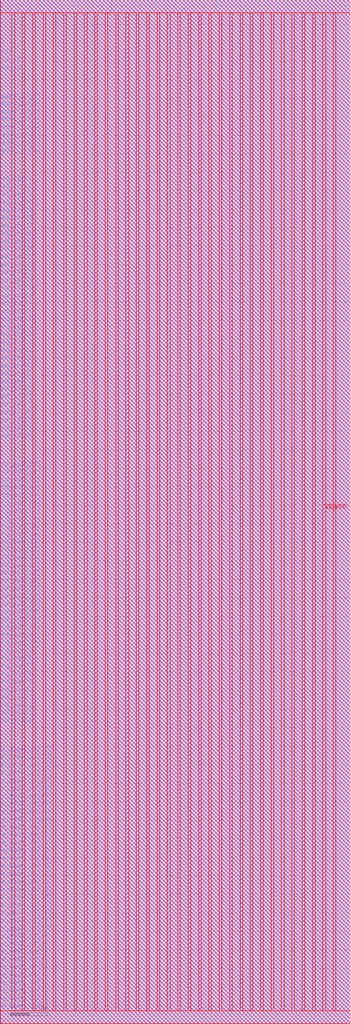
<source format=lef>
VERSION 5.7 ;
BUSBITCHARS "[]" ;
MACRO fakeram45_256x34
  FOREIGN fakeram45_256x34 0 0 ;
  SYMMETRY X Y R90 ;
  SIZE 37.810 BY 110.600 ;
  CLASS BLOCK ;
  PIN w_mask_in[0]
    DIRECTION INPUT ;
    USE SIGNAL ;
    SHAPE ABUTMENT ;
    PORT
      LAYER metal3 ;
      RECT 0.000 1.365 0.070 1.435 ;
    END
  END w_mask_in[0]
  PIN w_mask_in[1]
    DIRECTION INPUT ;
    USE SIGNAL ;
    SHAPE ABUTMENT ;
    PORT
      LAYER metal3 ;
      RECT 0.000 2.205 0.070 2.275 ;
    END
  END w_mask_in[1]
  PIN w_mask_in[2]
    DIRECTION INPUT ;
    USE SIGNAL ;
    SHAPE ABUTMENT ;
    PORT
      LAYER metal3 ;
      RECT 0.000 3.045 0.070 3.115 ;
    END
  END w_mask_in[2]
  PIN w_mask_in[3]
    DIRECTION INPUT ;
    USE SIGNAL ;
    SHAPE ABUTMENT ;
    PORT
      LAYER metal3 ;
      RECT 0.000 3.885 0.070 3.955 ;
    END
  END w_mask_in[3]
  PIN w_mask_in[4]
    DIRECTION INPUT ;
    USE SIGNAL ;
    SHAPE ABUTMENT ;
    PORT
      LAYER metal3 ;
      RECT 0.000 4.725 0.070 4.795 ;
    END
  END w_mask_in[4]
  PIN w_mask_in[5]
    DIRECTION INPUT ;
    USE SIGNAL ;
    SHAPE ABUTMENT ;
    PORT
      LAYER metal3 ;
      RECT 0.000 5.565 0.070 5.635 ;
    END
  END w_mask_in[5]
  PIN w_mask_in[6]
    DIRECTION INPUT ;
    USE SIGNAL ;
    SHAPE ABUTMENT ;
    PORT
      LAYER metal3 ;
      RECT 0.000 6.405 0.070 6.475 ;
    END
  END w_mask_in[6]
  PIN w_mask_in[7]
    DIRECTION INPUT ;
    USE SIGNAL ;
    SHAPE ABUTMENT ;
    PORT
      LAYER metal3 ;
      RECT 0.000 7.245 0.070 7.315 ;
    END
  END w_mask_in[7]
  PIN w_mask_in[8]
    DIRECTION INPUT ;
    USE SIGNAL ;
    SHAPE ABUTMENT ;
    PORT
      LAYER metal3 ;
      RECT 0.000 8.085 0.070 8.155 ;
    END
  END w_mask_in[8]
  PIN w_mask_in[9]
    DIRECTION INPUT ;
    USE SIGNAL ;
    SHAPE ABUTMENT ;
    PORT
      LAYER metal3 ;
      RECT 0.000 8.925 0.070 8.995 ;
    END
  END w_mask_in[9]
  PIN w_mask_in[10]
    DIRECTION INPUT ;
    USE SIGNAL ;
    SHAPE ABUTMENT ;
    PORT
      LAYER metal3 ;
      RECT 0.000 9.765 0.070 9.835 ;
    END
  END w_mask_in[10]
  PIN w_mask_in[11]
    DIRECTION INPUT ;
    USE SIGNAL ;
    SHAPE ABUTMENT ;
    PORT
      LAYER metal3 ;
      RECT 0.000 10.605 0.070 10.675 ;
    END
  END w_mask_in[11]
  PIN w_mask_in[12]
    DIRECTION INPUT ;
    USE SIGNAL ;
    SHAPE ABUTMENT ;
    PORT
      LAYER metal3 ;
      RECT 0.000 11.445 0.070 11.515 ;
    END
  END w_mask_in[12]
  PIN w_mask_in[13]
    DIRECTION INPUT ;
    USE SIGNAL ;
    SHAPE ABUTMENT ;
    PORT
      LAYER metal3 ;
      RECT 0.000 12.285 0.070 12.355 ;
    END
  END w_mask_in[13]
  PIN w_mask_in[14]
    DIRECTION INPUT ;
    USE SIGNAL ;
    SHAPE ABUTMENT ;
    PORT
      LAYER metal3 ;
      RECT 0.000 13.125 0.070 13.195 ;
    END
  END w_mask_in[14]
  PIN w_mask_in[15]
    DIRECTION INPUT ;
    USE SIGNAL ;
    SHAPE ABUTMENT ;
    PORT
      LAYER metal3 ;
      RECT 0.000 13.965 0.070 14.035 ;
    END
  END w_mask_in[15]
  PIN w_mask_in[16]
    DIRECTION INPUT ;
    USE SIGNAL ;
    SHAPE ABUTMENT ;
    PORT
      LAYER metal3 ;
      RECT 0.000 14.805 0.070 14.875 ;
    END
  END w_mask_in[16]
  PIN w_mask_in[17]
    DIRECTION INPUT ;
    USE SIGNAL ;
    SHAPE ABUTMENT ;
    PORT
      LAYER metal3 ;
      RECT 0.000 15.645 0.070 15.715 ;
    END
  END w_mask_in[17]
  PIN w_mask_in[18]
    DIRECTION INPUT ;
    USE SIGNAL ;
    SHAPE ABUTMENT ;
    PORT
      LAYER metal3 ;
      RECT 0.000 16.485 0.070 16.555 ;
    END
  END w_mask_in[18]
  PIN w_mask_in[19]
    DIRECTION INPUT ;
    USE SIGNAL ;
    SHAPE ABUTMENT ;
    PORT
      LAYER metal3 ;
      RECT 0.000 17.325 0.070 17.395 ;
    END
  END w_mask_in[19]
  PIN w_mask_in[20]
    DIRECTION INPUT ;
    USE SIGNAL ;
    SHAPE ABUTMENT ;
    PORT
      LAYER metal3 ;
      RECT 0.000 18.165 0.070 18.235 ;
    END
  END w_mask_in[20]
  PIN w_mask_in[21]
    DIRECTION INPUT ;
    USE SIGNAL ;
    SHAPE ABUTMENT ;
    PORT
      LAYER metal3 ;
      RECT 0.000 19.005 0.070 19.075 ;
    END
  END w_mask_in[21]
  PIN w_mask_in[22]
    DIRECTION INPUT ;
    USE SIGNAL ;
    SHAPE ABUTMENT ;
    PORT
      LAYER metal3 ;
      RECT 0.000 19.845 0.070 19.915 ;
    END
  END w_mask_in[22]
  PIN w_mask_in[23]
    DIRECTION INPUT ;
    USE SIGNAL ;
    SHAPE ABUTMENT ;
    PORT
      LAYER metal3 ;
      RECT 0.000 20.685 0.070 20.755 ;
    END
  END w_mask_in[23]
  PIN w_mask_in[24]
    DIRECTION INPUT ;
    USE SIGNAL ;
    SHAPE ABUTMENT ;
    PORT
      LAYER metal3 ;
      RECT 0.000 21.525 0.070 21.595 ;
    END
  END w_mask_in[24]
  PIN w_mask_in[25]
    DIRECTION INPUT ;
    USE SIGNAL ;
    SHAPE ABUTMENT ;
    PORT
      LAYER metal3 ;
      RECT 0.000 22.365 0.070 22.435 ;
    END
  END w_mask_in[25]
  PIN w_mask_in[26]
    DIRECTION INPUT ;
    USE SIGNAL ;
    SHAPE ABUTMENT ;
    PORT
      LAYER metal3 ;
      RECT 0.000 23.205 0.070 23.275 ;
    END
  END w_mask_in[26]
  PIN w_mask_in[27]
    DIRECTION INPUT ;
    USE SIGNAL ;
    SHAPE ABUTMENT ;
    PORT
      LAYER metal3 ;
      RECT 0.000 24.045 0.070 24.115 ;
    END
  END w_mask_in[27]
  PIN w_mask_in[28]
    DIRECTION INPUT ;
    USE SIGNAL ;
    SHAPE ABUTMENT ;
    PORT
      LAYER metal3 ;
      RECT 0.000 24.885 0.070 24.955 ;
    END
  END w_mask_in[28]
  PIN w_mask_in[29]
    DIRECTION INPUT ;
    USE SIGNAL ;
    SHAPE ABUTMENT ;
    PORT
      LAYER metal3 ;
      RECT 0.000 25.725 0.070 25.795 ;
    END
  END w_mask_in[29]
  PIN w_mask_in[30]
    DIRECTION INPUT ;
    USE SIGNAL ;
    SHAPE ABUTMENT ;
    PORT
      LAYER metal3 ;
      RECT 0.000 26.565 0.070 26.635 ;
    END
  END w_mask_in[30]
  PIN w_mask_in[31]
    DIRECTION INPUT ;
    USE SIGNAL ;
    SHAPE ABUTMENT ;
    PORT
      LAYER metal3 ;
      RECT 0.000 27.405 0.070 27.475 ;
    END
  END w_mask_in[31]
  PIN w_mask_in[32]
    DIRECTION INPUT ;
    USE SIGNAL ;
    SHAPE ABUTMENT ;
    PORT
      LAYER metal3 ;
      RECT 0.000 28.245 0.070 28.315 ;
    END
  END w_mask_in[32]
  PIN w_mask_in[33]
    DIRECTION INPUT ;
    USE SIGNAL ;
    SHAPE ABUTMENT ;
    PORT
      LAYER metal3 ;
      RECT 0.000 29.085 0.070 29.155 ;
    END
  END w_mask_in[33]
  PIN rd_out[0]
    DIRECTION OUTPUT ;
    USE SIGNAL ;
    SHAPE ABUTMENT ;
    PORT
      LAYER metal3 ;
      RECT 0.000 32.165 0.070 32.235 ;
    END
  END rd_out[0]
  PIN rd_out[1]
    DIRECTION OUTPUT ;
    USE SIGNAL ;
    SHAPE ABUTMENT ;
    PORT
      LAYER metal3 ;
      RECT 0.000 33.005 0.070 33.075 ;
    END
  END rd_out[1]
  PIN rd_out[2]
    DIRECTION OUTPUT ;
    USE SIGNAL ;
    SHAPE ABUTMENT ;
    PORT
      LAYER metal3 ;
      RECT 0.000 33.845 0.070 33.915 ;
    END
  END rd_out[2]
  PIN rd_out[3]
    DIRECTION OUTPUT ;
    USE SIGNAL ;
    SHAPE ABUTMENT ;
    PORT
      LAYER metal3 ;
      RECT 0.000 34.685 0.070 34.755 ;
    END
  END rd_out[3]
  PIN rd_out[4]
    DIRECTION OUTPUT ;
    USE SIGNAL ;
    SHAPE ABUTMENT ;
    PORT
      LAYER metal3 ;
      RECT 0.000 35.525 0.070 35.595 ;
    END
  END rd_out[4]
  PIN rd_out[5]
    DIRECTION OUTPUT ;
    USE SIGNAL ;
    SHAPE ABUTMENT ;
    PORT
      LAYER metal3 ;
      RECT 0.000 36.365 0.070 36.435 ;
    END
  END rd_out[5]
  PIN rd_out[6]
    DIRECTION OUTPUT ;
    USE SIGNAL ;
    SHAPE ABUTMENT ;
    PORT
      LAYER metal3 ;
      RECT 0.000 37.205 0.070 37.275 ;
    END
  END rd_out[6]
  PIN rd_out[7]
    DIRECTION OUTPUT ;
    USE SIGNAL ;
    SHAPE ABUTMENT ;
    PORT
      LAYER metal3 ;
      RECT 0.000 38.045 0.070 38.115 ;
    END
  END rd_out[7]
  PIN rd_out[8]
    DIRECTION OUTPUT ;
    USE SIGNAL ;
    SHAPE ABUTMENT ;
    PORT
      LAYER metal3 ;
      RECT 0.000 38.885 0.070 38.955 ;
    END
  END rd_out[8]
  PIN rd_out[9]
    DIRECTION OUTPUT ;
    USE SIGNAL ;
    SHAPE ABUTMENT ;
    PORT
      LAYER metal3 ;
      RECT 0.000 39.725 0.070 39.795 ;
    END
  END rd_out[9]
  PIN rd_out[10]
    DIRECTION OUTPUT ;
    USE SIGNAL ;
    SHAPE ABUTMENT ;
    PORT
      LAYER metal3 ;
      RECT 0.000 40.565 0.070 40.635 ;
    END
  END rd_out[10]
  PIN rd_out[11]
    DIRECTION OUTPUT ;
    USE SIGNAL ;
    SHAPE ABUTMENT ;
    PORT
      LAYER metal3 ;
      RECT 0.000 41.405 0.070 41.475 ;
    END
  END rd_out[11]
  PIN rd_out[12]
    DIRECTION OUTPUT ;
    USE SIGNAL ;
    SHAPE ABUTMENT ;
    PORT
      LAYER metal3 ;
      RECT 0.000 42.245 0.070 42.315 ;
    END
  END rd_out[12]
  PIN rd_out[13]
    DIRECTION OUTPUT ;
    USE SIGNAL ;
    SHAPE ABUTMENT ;
    PORT
      LAYER metal3 ;
      RECT 0.000 43.085 0.070 43.155 ;
    END
  END rd_out[13]
  PIN rd_out[14]
    DIRECTION OUTPUT ;
    USE SIGNAL ;
    SHAPE ABUTMENT ;
    PORT
      LAYER metal3 ;
      RECT 0.000 43.925 0.070 43.995 ;
    END
  END rd_out[14]
  PIN rd_out[15]
    DIRECTION OUTPUT ;
    USE SIGNAL ;
    SHAPE ABUTMENT ;
    PORT
      LAYER metal3 ;
      RECT 0.000 44.765 0.070 44.835 ;
    END
  END rd_out[15]
  PIN rd_out[16]
    DIRECTION OUTPUT ;
    USE SIGNAL ;
    SHAPE ABUTMENT ;
    PORT
      LAYER metal3 ;
      RECT 0.000 45.605 0.070 45.675 ;
    END
  END rd_out[16]
  PIN rd_out[17]
    DIRECTION OUTPUT ;
    USE SIGNAL ;
    SHAPE ABUTMENT ;
    PORT
      LAYER metal3 ;
      RECT 0.000 46.445 0.070 46.515 ;
    END
  END rd_out[17]
  PIN rd_out[18]
    DIRECTION OUTPUT ;
    USE SIGNAL ;
    SHAPE ABUTMENT ;
    PORT
      LAYER metal3 ;
      RECT 0.000 47.285 0.070 47.355 ;
    END
  END rd_out[18]
  PIN rd_out[19]
    DIRECTION OUTPUT ;
    USE SIGNAL ;
    SHAPE ABUTMENT ;
    PORT
      LAYER metal3 ;
      RECT 0.000 48.125 0.070 48.195 ;
    END
  END rd_out[19]
  PIN rd_out[20]
    DIRECTION OUTPUT ;
    USE SIGNAL ;
    SHAPE ABUTMENT ;
    PORT
      LAYER metal3 ;
      RECT 0.000 48.965 0.070 49.035 ;
    END
  END rd_out[20]
  PIN rd_out[21]
    DIRECTION OUTPUT ;
    USE SIGNAL ;
    SHAPE ABUTMENT ;
    PORT
      LAYER metal3 ;
      RECT 0.000 49.805 0.070 49.875 ;
    END
  END rd_out[21]
  PIN rd_out[22]
    DIRECTION OUTPUT ;
    USE SIGNAL ;
    SHAPE ABUTMENT ;
    PORT
      LAYER metal3 ;
      RECT 0.000 50.645 0.070 50.715 ;
    END
  END rd_out[22]
  PIN rd_out[23]
    DIRECTION OUTPUT ;
    USE SIGNAL ;
    SHAPE ABUTMENT ;
    PORT
      LAYER metal3 ;
      RECT 0.000 51.485 0.070 51.555 ;
    END
  END rd_out[23]
  PIN rd_out[24]
    DIRECTION OUTPUT ;
    USE SIGNAL ;
    SHAPE ABUTMENT ;
    PORT
      LAYER metal3 ;
      RECT 0.000 52.325 0.070 52.395 ;
    END
  END rd_out[24]
  PIN rd_out[25]
    DIRECTION OUTPUT ;
    USE SIGNAL ;
    SHAPE ABUTMENT ;
    PORT
      LAYER metal3 ;
      RECT 0.000 53.165 0.070 53.235 ;
    END
  END rd_out[25]
  PIN rd_out[26]
    DIRECTION OUTPUT ;
    USE SIGNAL ;
    SHAPE ABUTMENT ;
    PORT
      LAYER metal3 ;
      RECT 0.000 54.005 0.070 54.075 ;
    END
  END rd_out[26]
  PIN rd_out[27]
    DIRECTION OUTPUT ;
    USE SIGNAL ;
    SHAPE ABUTMENT ;
    PORT
      LAYER metal3 ;
      RECT 0.000 54.845 0.070 54.915 ;
    END
  END rd_out[27]
  PIN rd_out[28]
    DIRECTION OUTPUT ;
    USE SIGNAL ;
    SHAPE ABUTMENT ;
    PORT
      LAYER metal3 ;
      RECT 0.000 55.685 0.070 55.755 ;
    END
  END rd_out[28]
  PIN rd_out[29]
    DIRECTION OUTPUT ;
    USE SIGNAL ;
    SHAPE ABUTMENT ;
    PORT
      LAYER metal3 ;
      RECT 0.000 56.525 0.070 56.595 ;
    END
  END rd_out[29]
  PIN rd_out[30]
    DIRECTION OUTPUT ;
    USE SIGNAL ;
    SHAPE ABUTMENT ;
    PORT
      LAYER metal3 ;
      RECT 0.000 57.365 0.070 57.435 ;
    END
  END rd_out[30]
  PIN rd_out[31]
    DIRECTION OUTPUT ;
    USE SIGNAL ;
    SHAPE ABUTMENT ;
    PORT
      LAYER metal3 ;
      RECT 0.000 58.205 0.070 58.275 ;
    END
  END rd_out[31]
  PIN rd_out[32]
    DIRECTION OUTPUT ;
    USE SIGNAL ;
    SHAPE ABUTMENT ;
    PORT
      LAYER metal3 ;
      RECT 0.000 59.045 0.070 59.115 ;
    END
  END rd_out[32]
  PIN rd_out[33]
    DIRECTION OUTPUT ;
    USE SIGNAL ;
    SHAPE ABUTMENT ;
    PORT
      LAYER metal3 ;
      RECT 0.000 59.885 0.070 59.955 ;
    END
  END rd_out[33]
  PIN wd_in[0]
    DIRECTION INPUT ;
    USE SIGNAL ;
    SHAPE ABUTMENT ;
    PORT
      LAYER metal3 ;
      RECT 0.000 62.965 0.070 63.035 ;
    END
  END wd_in[0]
  PIN wd_in[1]
    DIRECTION INPUT ;
    USE SIGNAL ;
    SHAPE ABUTMENT ;
    PORT
      LAYER metal3 ;
      RECT 0.000 63.805 0.070 63.875 ;
    END
  END wd_in[1]
  PIN wd_in[2]
    DIRECTION INPUT ;
    USE SIGNAL ;
    SHAPE ABUTMENT ;
    PORT
      LAYER metal3 ;
      RECT 0.000 64.645 0.070 64.715 ;
    END
  END wd_in[2]
  PIN wd_in[3]
    DIRECTION INPUT ;
    USE SIGNAL ;
    SHAPE ABUTMENT ;
    PORT
      LAYER metal3 ;
      RECT 0.000 65.485 0.070 65.555 ;
    END
  END wd_in[3]
  PIN wd_in[4]
    DIRECTION INPUT ;
    USE SIGNAL ;
    SHAPE ABUTMENT ;
    PORT
      LAYER metal3 ;
      RECT 0.000 66.325 0.070 66.395 ;
    END
  END wd_in[4]
  PIN wd_in[5]
    DIRECTION INPUT ;
    USE SIGNAL ;
    SHAPE ABUTMENT ;
    PORT
      LAYER metal3 ;
      RECT 0.000 67.165 0.070 67.235 ;
    END
  END wd_in[5]
  PIN wd_in[6]
    DIRECTION INPUT ;
    USE SIGNAL ;
    SHAPE ABUTMENT ;
    PORT
      LAYER metal3 ;
      RECT 0.000 68.005 0.070 68.075 ;
    END
  END wd_in[6]
  PIN wd_in[7]
    DIRECTION INPUT ;
    USE SIGNAL ;
    SHAPE ABUTMENT ;
    PORT
      LAYER metal3 ;
      RECT 0.000 68.845 0.070 68.915 ;
    END
  END wd_in[7]
  PIN wd_in[8]
    DIRECTION INPUT ;
    USE SIGNAL ;
    SHAPE ABUTMENT ;
    PORT
      LAYER metal3 ;
      RECT 0.000 69.685 0.070 69.755 ;
    END
  END wd_in[8]
  PIN wd_in[9]
    DIRECTION INPUT ;
    USE SIGNAL ;
    SHAPE ABUTMENT ;
    PORT
      LAYER metal3 ;
      RECT 0.000 70.525 0.070 70.595 ;
    END
  END wd_in[9]
  PIN wd_in[10]
    DIRECTION INPUT ;
    USE SIGNAL ;
    SHAPE ABUTMENT ;
    PORT
      LAYER metal3 ;
      RECT 0.000 71.365 0.070 71.435 ;
    END
  END wd_in[10]
  PIN wd_in[11]
    DIRECTION INPUT ;
    USE SIGNAL ;
    SHAPE ABUTMENT ;
    PORT
      LAYER metal3 ;
      RECT 0.000 72.205 0.070 72.275 ;
    END
  END wd_in[11]
  PIN wd_in[12]
    DIRECTION INPUT ;
    USE SIGNAL ;
    SHAPE ABUTMENT ;
    PORT
      LAYER metal3 ;
      RECT 0.000 73.045 0.070 73.115 ;
    END
  END wd_in[12]
  PIN wd_in[13]
    DIRECTION INPUT ;
    USE SIGNAL ;
    SHAPE ABUTMENT ;
    PORT
      LAYER metal3 ;
      RECT 0.000 73.885 0.070 73.955 ;
    END
  END wd_in[13]
  PIN wd_in[14]
    DIRECTION INPUT ;
    USE SIGNAL ;
    SHAPE ABUTMENT ;
    PORT
      LAYER metal3 ;
      RECT 0.000 74.725 0.070 74.795 ;
    END
  END wd_in[14]
  PIN wd_in[15]
    DIRECTION INPUT ;
    USE SIGNAL ;
    SHAPE ABUTMENT ;
    PORT
      LAYER metal3 ;
      RECT 0.000 75.565 0.070 75.635 ;
    END
  END wd_in[15]
  PIN wd_in[16]
    DIRECTION INPUT ;
    USE SIGNAL ;
    SHAPE ABUTMENT ;
    PORT
      LAYER metal3 ;
      RECT 0.000 76.405 0.070 76.475 ;
    END
  END wd_in[16]
  PIN wd_in[17]
    DIRECTION INPUT ;
    USE SIGNAL ;
    SHAPE ABUTMENT ;
    PORT
      LAYER metal3 ;
      RECT 0.000 77.245 0.070 77.315 ;
    END
  END wd_in[17]
  PIN wd_in[18]
    DIRECTION INPUT ;
    USE SIGNAL ;
    SHAPE ABUTMENT ;
    PORT
      LAYER metal3 ;
      RECT 0.000 78.085 0.070 78.155 ;
    END
  END wd_in[18]
  PIN wd_in[19]
    DIRECTION INPUT ;
    USE SIGNAL ;
    SHAPE ABUTMENT ;
    PORT
      LAYER metal3 ;
      RECT 0.000 78.925 0.070 78.995 ;
    END
  END wd_in[19]
  PIN wd_in[20]
    DIRECTION INPUT ;
    USE SIGNAL ;
    SHAPE ABUTMENT ;
    PORT
      LAYER metal3 ;
      RECT 0.000 79.765 0.070 79.835 ;
    END
  END wd_in[20]
  PIN wd_in[21]
    DIRECTION INPUT ;
    USE SIGNAL ;
    SHAPE ABUTMENT ;
    PORT
      LAYER metal3 ;
      RECT 0.000 80.605 0.070 80.675 ;
    END
  END wd_in[21]
  PIN wd_in[22]
    DIRECTION INPUT ;
    USE SIGNAL ;
    SHAPE ABUTMENT ;
    PORT
      LAYER metal3 ;
      RECT 0.000 81.445 0.070 81.515 ;
    END
  END wd_in[22]
  PIN wd_in[23]
    DIRECTION INPUT ;
    USE SIGNAL ;
    SHAPE ABUTMENT ;
    PORT
      LAYER metal3 ;
      RECT 0.000 82.285 0.070 82.355 ;
    END
  END wd_in[23]
  PIN wd_in[24]
    DIRECTION INPUT ;
    USE SIGNAL ;
    SHAPE ABUTMENT ;
    PORT
      LAYER metal3 ;
      RECT 0.000 83.125 0.070 83.195 ;
    END
  END wd_in[24]
  PIN wd_in[25]
    DIRECTION INPUT ;
    USE SIGNAL ;
    SHAPE ABUTMENT ;
    PORT
      LAYER metal3 ;
      RECT 0.000 83.965 0.070 84.035 ;
    END
  END wd_in[25]
  PIN wd_in[26]
    DIRECTION INPUT ;
    USE SIGNAL ;
    SHAPE ABUTMENT ;
    PORT
      LAYER metal3 ;
      RECT 0.000 84.805 0.070 84.875 ;
    END
  END wd_in[26]
  PIN wd_in[27]
    DIRECTION INPUT ;
    USE SIGNAL ;
    SHAPE ABUTMENT ;
    PORT
      LAYER metal3 ;
      RECT 0.000 85.645 0.070 85.715 ;
    END
  END wd_in[27]
  PIN wd_in[28]
    DIRECTION INPUT ;
    USE SIGNAL ;
    SHAPE ABUTMENT ;
    PORT
      LAYER metal3 ;
      RECT 0.000 86.485 0.070 86.555 ;
    END
  END wd_in[28]
  PIN wd_in[29]
    DIRECTION INPUT ;
    USE SIGNAL ;
    SHAPE ABUTMENT ;
    PORT
      LAYER metal3 ;
      RECT 0.000 87.325 0.070 87.395 ;
    END
  END wd_in[29]
  PIN wd_in[30]
    DIRECTION INPUT ;
    USE SIGNAL ;
    SHAPE ABUTMENT ;
    PORT
      LAYER metal3 ;
      RECT 0.000 88.165 0.070 88.235 ;
    END
  END wd_in[30]
  PIN wd_in[31]
    DIRECTION INPUT ;
    USE SIGNAL ;
    SHAPE ABUTMENT ;
    PORT
      LAYER metal3 ;
      RECT 0.000 89.005 0.070 89.075 ;
    END
  END wd_in[31]
  PIN wd_in[32]
    DIRECTION INPUT ;
    USE SIGNAL ;
    SHAPE ABUTMENT ;
    PORT
      LAYER metal3 ;
      RECT 0.000 89.845 0.070 89.915 ;
    END
  END wd_in[32]
  PIN wd_in[33]
    DIRECTION INPUT ;
    USE SIGNAL ;
    SHAPE ABUTMENT ;
    PORT
      LAYER metal3 ;
      RECT 0.000 90.685 0.070 90.755 ;
    END
  END wd_in[33]
  PIN addr_in[0]
    DIRECTION INPUT ;
    USE SIGNAL ;
    SHAPE ABUTMENT ;
    PORT
      LAYER metal3 ;
      RECT 0.000 93.765 0.070 93.835 ;
    END
  END addr_in[0]
  PIN addr_in[1]
    DIRECTION INPUT ;
    USE SIGNAL ;
    SHAPE ABUTMENT ;
    PORT
      LAYER metal3 ;
      RECT 0.000 94.605 0.070 94.675 ;
    END
  END addr_in[1]
  PIN addr_in[2]
    DIRECTION INPUT ;
    USE SIGNAL ;
    SHAPE ABUTMENT ;
    PORT
      LAYER metal3 ;
      RECT 0.000 95.445 0.070 95.515 ;
    END
  END addr_in[2]
  PIN addr_in[3]
    DIRECTION INPUT ;
    USE SIGNAL ;
    SHAPE ABUTMENT ;
    PORT
      LAYER metal3 ;
      RECT 0.000 96.285 0.070 96.355 ;
    END
  END addr_in[3]
  PIN addr_in[4]
    DIRECTION INPUT ;
    USE SIGNAL ;
    SHAPE ABUTMENT ;
    PORT
      LAYER metal3 ;
      RECT 0.000 97.125 0.070 97.195 ;
    END
  END addr_in[4]
  PIN addr_in[5]
    DIRECTION INPUT ;
    USE SIGNAL ;
    SHAPE ABUTMENT ;
    PORT
      LAYER metal3 ;
      RECT 0.000 97.965 0.070 98.035 ;
    END
  END addr_in[5]
  PIN addr_in[6]
    DIRECTION INPUT ;
    USE SIGNAL ;
    SHAPE ABUTMENT ;
    PORT
      LAYER metal3 ;
      RECT 0.000 98.805 0.070 98.875 ;
    END
  END addr_in[6]
  PIN addr_in[7]
    DIRECTION INPUT ;
    USE SIGNAL ;
    SHAPE ABUTMENT ;
    PORT
      LAYER metal3 ;
      RECT 0.000 99.645 0.070 99.715 ;
    END
  END addr_in[7]
  PIN we_in
    DIRECTION INPUT ;
    USE SIGNAL ;
    SHAPE ABUTMENT ;
    PORT
      LAYER metal3 ;
      RECT 0.000 102.725 0.070 102.795 ;
    END
  END we_in
  PIN ce_in
    DIRECTION INPUT ;
    USE SIGNAL ;
    SHAPE ABUTMENT ;
    PORT
      LAYER metal3 ;
      RECT 0.000 103.565 0.070 103.635 ;
    END
  END ce_in
  PIN clk
    DIRECTION INPUT ;
    USE SIGNAL ;
    SHAPE ABUTMENT ;
    PORT
      LAYER metal3 ;
      RECT 0.000 104.405 0.070 104.475 ;
    END
  END clk
  PIN VSS
    DIRECTION INOUT ;
    USE GROUND ;
    PORT
      LAYER metal4 ;
      RECT 1.260 1.400 1.540 109.200 ;
      RECT 3.500 1.400 3.780 109.200 ;
      RECT 5.740 1.400 6.020 109.200 ;
      RECT 7.980 1.400 8.260 109.200 ;
      RECT 10.220 1.400 10.500 109.200 ;
      RECT 12.460 1.400 12.740 109.200 ;
      RECT 14.700 1.400 14.980 109.200 ;
      RECT 16.940 1.400 17.220 109.200 ;
      RECT 19.180 1.400 19.460 109.200 ;
      RECT 21.420 1.400 21.700 109.200 ;
      RECT 23.660 1.400 23.940 109.200 ;
      RECT 25.900 1.400 26.180 109.200 ;
      RECT 28.140 1.400 28.420 109.200 ;
      RECT 30.380 1.400 30.660 109.200 ;
      RECT 32.620 1.400 32.900 109.200 ;
      RECT 34.860 1.400 35.140 109.200 ;
    END
  END VSS
  PIN VDD
    DIRECTION INOUT ;
    USE POWER ;
    PORT
      LAYER metal4 ;
      RECT 2.380 1.400 2.660 109.200 ;
      RECT 4.620 1.400 4.900 109.200 ;
      RECT 6.860 1.400 7.140 109.200 ;
      RECT 9.100 1.400 9.380 109.200 ;
      RECT 11.340 1.400 11.620 109.200 ;
      RECT 13.580 1.400 13.860 109.200 ;
      RECT 15.820 1.400 16.100 109.200 ;
      RECT 18.060 1.400 18.340 109.200 ;
      RECT 20.300 1.400 20.580 109.200 ;
      RECT 22.540 1.400 22.820 109.200 ;
      RECT 24.780 1.400 25.060 109.200 ;
      RECT 27.020 1.400 27.300 109.200 ;
      RECT 29.260 1.400 29.540 109.200 ;
      RECT 31.500 1.400 31.780 109.200 ;
      RECT 33.740 1.400 34.020 109.200 ;
      RECT 35.980 1.400 36.260 109.200 ;
    END
  END VDD
  OBS
    LAYER metal1 ;
    RECT 0 0 37.810 110.600 ;
    LAYER metal2 ;
    RECT 0 0 37.810 110.600 ;
    LAYER metal3 ;
    RECT 0.070 0 37.810 110.600 ;
    RECT 0 0.000 0.070 1.365 ;
    RECT 0 1.435 0.070 2.205 ;
    RECT 0 2.275 0.070 3.045 ;
    RECT 0 3.115 0.070 3.885 ;
    RECT 0 3.955 0.070 4.725 ;
    RECT 0 4.795 0.070 5.565 ;
    RECT 0 5.635 0.070 6.405 ;
    RECT 0 6.475 0.070 7.245 ;
    RECT 0 7.315 0.070 8.085 ;
    RECT 0 8.155 0.070 8.925 ;
    RECT 0 8.995 0.070 9.765 ;
    RECT 0 9.835 0.070 10.605 ;
    RECT 0 10.675 0.070 11.445 ;
    RECT 0 11.515 0.070 12.285 ;
    RECT 0 12.355 0.070 13.125 ;
    RECT 0 13.195 0.070 13.965 ;
    RECT 0 14.035 0.070 14.805 ;
    RECT 0 14.875 0.070 15.645 ;
    RECT 0 15.715 0.070 16.485 ;
    RECT 0 16.555 0.070 17.325 ;
    RECT 0 17.395 0.070 18.165 ;
    RECT 0 18.235 0.070 19.005 ;
    RECT 0 19.075 0.070 19.845 ;
    RECT 0 19.915 0.070 20.685 ;
    RECT 0 20.755 0.070 21.525 ;
    RECT 0 21.595 0.070 22.365 ;
    RECT 0 22.435 0.070 23.205 ;
    RECT 0 23.275 0.070 24.045 ;
    RECT 0 24.115 0.070 24.885 ;
    RECT 0 24.955 0.070 25.725 ;
    RECT 0 25.795 0.070 26.565 ;
    RECT 0 26.635 0.070 27.405 ;
    RECT 0 27.475 0.070 28.245 ;
    RECT 0 28.315 0.070 29.085 ;
    RECT 0 29.155 0.070 32.165 ;
    RECT 0 32.235 0.070 33.005 ;
    RECT 0 33.075 0.070 33.845 ;
    RECT 0 33.915 0.070 34.685 ;
    RECT 0 34.755 0.070 35.525 ;
    RECT 0 35.595 0.070 36.365 ;
    RECT 0 36.435 0.070 37.205 ;
    RECT 0 37.275 0.070 38.045 ;
    RECT 0 38.115 0.070 38.885 ;
    RECT 0 38.955 0.070 39.725 ;
    RECT 0 39.795 0.070 40.565 ;
    RECT 0 40.635 0.070 41.405 ;
    RECT 0 41.475 0.070 42.245 ;
    RECT 0 42.315 0.070 43.085 ;
    RECT 0 43.155 0.070 43.925 ;
    RECT 0 43.995 0.070 44.765 ;
    RECT 0 44.835 0.070 45.605 ;
    RECT 0 45.675 0.070 46.445 ;
    RECT 0 46.515 0.070 47.285 ;
    RECT 0 47.355 0.070 48.125 ;
    RECT 0 48.195 0.070 48.965 ;
    RECT 0 49.035 0.070 49.805 ;
    RECT 0 49.875 0.070 50.645 ;
    RECT 0 50.715 0.070 51.485 ;
    RECT 0 51.555 0.070 52.325 ;
    RECT 0 52.395 0.070 53.165 ;
    RECT 0 53.235 0.070 54.005 ;
    RECT 0 54.075 0.070 54.845 ;
    RECT 0 54.915 0.070 55.685 ;
    RECT 0 55.755 0.070 56.525 ;
    RECT 0 56.595 0.070 57.365 ;
    RECT 0 57.435 0.070 58.205 ;
    RECT 0 58.275 0.070 59.045 ;
    RECT 0 59.115 0.070 59.885 ;
    RECT 0 59.955 0.070 62.965 ;
    RECT 0 63.035 0.070 63.805 ;
    RECT 0 63.875 0.070 64.645 ;
    RECT 0 64.715 0.070 65.485 ;
    RECT 0 65.555 0.070 66.325 ;
    RECT 0 66.395 0.070 67.165 ;
    RECT 0 67.235 0.070 68.005 ;
    RECT 0 68.075 0.070 68.845 ;
    RECT 0 68.915 0.070 69.685 ;
    RECT 0 69.755 0.070 70.525 ;
    RECT 0 70.595 0.070 71.365 ;
    RECT 0 71.435 0.070 72.205 ;
    RECT 0 72.275 0.070 73.045 ;
    RECT 0 73.115 0.070 73.885 ;
    RECT 0 73.955 0.070 74.725 ;
    RECT 0 74.795 0.070 75.565 ;
    RECT 0 75.635 0.070 76.405 ;
    RECT 0 76.475 0.070 77.245 ;
    RECT 0 77.315 0.070 78.085 ;
    RECT 0 78.155 0.070 78.925 ;
    RECT 0 78.995 0.070 79.765 ;
    RECT 0 79.835 0.070 80.605 ;
    RECT 0 80.675 0.070 81.445 ;
    RECT 0 81.515 0.070 82.285 ;
    RECT 0 82.355 0.070 83.125 ;
    RECT 0 83.195 0.070 83.965 ;
    RECT 0 84.035 0.070 84.805 ;
    RECT 0 84.875 0.070 85.645 ;
    RECT 0 85.715 0.070 86.485 ;
    RECT 0 86.555 0.070 87.325 ;
    RECT 0 87.395 0.070 88.165 ;
    RECT 0 88.235 0.070 89.005 ;
    RECT 0 89.075 0.070 89.845 ;
    RECT 0 89.915 0.070 90.685 ;
    RECT 0 90.755 0.070 93.765 ;
    RECT 0 93.835 0.070 94.605 ;
    RECT 0 94.675 0.070 95.445 ;
    RECT 0 95.515 0.070 96.285 ;
    RECT 0 96.355 0.070 97.125 ;
    RECT 0 97.195 0.070 97.965 ;
    RECT 0 98.035 0.070 98.805 ;
    RECT 0 98.875 0.070 99.645 ;
    RECT 0 99.715 0.070 102.725 ;
    RECT 0 102.795 0.070 103.565 ;
    RECT 0 103.635 0.070 104.405 ;
    RECT 0 104.475 0.070 110.600 ;
    LAYER metal4 ;
    RECT 0 0 37.810 1.400 ;
    RECT 0 109.200 37.810 110.600 ;
    RECT 0.000 1.400 1.260 109.200 ;
    RECT 1.540 1.400 2.380 109.200 ;
    RECT 2.660 1.400 3.500 109.200 ;
    RECT 3.780 1.400 4.620 109.200 ;
    RECT 4.900 1.400 5.740 109.200 ;
    RECT 6.020 1.400 6.860 109.200 ;
    RECT 7.140 1.400 7.980 109.200 ;
    RECT 8.260 1.400 9.100 109.200 ;
    RECT 9.380 1.400 10.220 109.200 ;
    RECT 10.500 1.400 11.340 109.200 ;
    RECT 11.620 1.400 12.460 109.200 ;
    RECT 12.740 1.400 13.580 109.200 ;
    RECT 13.860 1.400 14.700 109.200 ;
    RECT 14.980 1.400 15.820 109.200 ;
    RECT 16.100 1.400 16.940 109.200 ;
    RECT 17.220 1.400 18.060 109.200 ;
    RECT 18.340 1.400 19.180 109.200 ;
    RECT 19.460 1.400 20.300 109.200 ;
    RECT 20.580 1.400 21.420 109.200 ;
    RECT 21.700 1.400 22.540 109.200 ;
    RECT 22.820 1.400 23.660 109.200 ;
    RECT 23.940 1.400 24.780 109.200 ;
    RECT 25.060 1.400 25.900 109.200 ;
    RECT 26.180 1.400 27.020 109.200 ;
    RECT 27.300 1.400 28.140 109.200 ;
    RECT 28.420 1.400 29.260 109.200 ;
    RECT 29.540 1.400 30.380 109.200 ;
    RECT 30.660 1.400 31.500 109.200 ;
    RECT 31.780 1.400 32.620 109.200 ;
    RECT 32.900 1.400 33.740 109.200 ;
    RECT 34.020 1.400 34.860 109.200 ;
    RECT 35.140 1.400 35.980 109.200 ;
    RECT 36.260 1.400 37.810 109.200 ;
    LAYER OVERLAP ;
    RECT 0 0 37.810 110.600 ;
  END
END fakeram45_256x34

END LIBRARY

</source>
